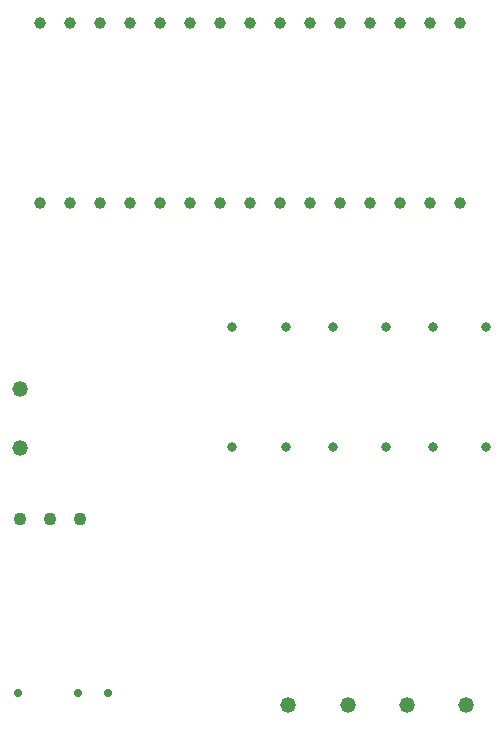
<source format=gbr>
%TF.GenerationSoftware,KiCad,Pcbnew,5.1.9*%
%TF.CreationDate,2021-04-19T09:18:18+03:00*%
%TF.ProjectId,RGB-IR-ControllerPCB,5247422d-4952-42d4-936f-6e74726f6c6c,rev?*%
%TF.SameCoordinates,Original*%
%TF.FileFunction,Plated,1,2,PTH,Drill*%
%TF.FilePolarity,Positive*%
%FSLAX46Y46*%
G04 Gerber Fmt 4.6, Leading zero omitted, Abs format (unit mm)*
G04 Created by KiCad (PCBNEW 5.1.9) date 2021-04-19 09:18:18*
%MOMM*%
%LPD*%
G01*
G04 APERTURE LIST*
%TA.AperFunction,ComponentDrill*%
%ADD10C,0.700000*%
%TD*%
%TA.AperFunction,ComponentDrill*%
%ADD11C,0.800000*%
%TD*%
%TA.AperFunction,ComponentDrill*%
%ADD12C,1.000000*%
%TD*%
%TA.AperFunction,ComponentDrill*%
%ADD13C,1.100000*%
%TD*%
%TA.AperFunction,ComponentDrill*%
%ADD14C,1.320000*%
%TD*%
G04 APERTURE END LIST*
D10*
%TO.C,U1*%
X98880000Y-78500000D03*
X103960000Y-78500000D03*
X106500000Y-78500000D03*
D11*
%TO.C,R2*%
X117000000Y-47500000D03*
X117000000Y-57660000D03*
%TO.C,R1*%
X121500000Y-47500000D03*
X121500000Y-57660000D03*
%TO.C,R4*%
X125500000Y-47500000D03*
X125500000Y-57660000D03*
%TO.C,R3*%
X130000000Y-47500000D03*
X130000000Y-57660000D03*
%TO.C,R6*%
X134000000Y-47500000D03*
X134000000Y-57660000D03*
%TO.C,R5*%
X138500000Y-47500000D03*
X138500000Y-57660000D03*
D12*
%TO.C,A1*%
X100690000Y-21760000D03*
X100690000Y-37000000D03*
X103230000Y-21760000D03*
X103230000Y-37000000D03*
X105770000Y-21760000D03*
X105770000Y-37000000D03*
X108310000Y-21760000D03*
X108310000Y-37000000D03*
X110850000Y-21760000D03*
X110850000Y-37000000D03*
X113390000Y-21760000D03*
X113390000Y-37000000D03*
X115930000Y-21760000D03*
X115930000Y-37000000D03*
X118470000Y-21760000D03*
X118470000Y-37000000D03*
X121010000Y-21760000D03*
X121010000Y-37000000D03*
X123550000Y-21760000D03*
X123550000Y-37000000D03*
X126090000Y-21760000D03*
X126090000Y-37000000D03*
X128630000Y-21760000D03*
X128630000Y-37000000D03*
X131170000Y-21760000D03*
X131170000Y-37000000D03*
X133710000Y-21760000D03*
X133710000Y-37000000D03*
X136250000Y-21760000D03*
X136250000Y-37000000D03*
D13*
%TO.C,U2*%
X99000000Y-63750000D03*
X101540000Y-63750000D03*
X104080000Y-63750000D03*
D14*
%TO.C,J1*%
X99000000Y-52750000D03*
X99000000Y-57750000D03*
%TO.C,J2*%
X121750000Y-79500000D03*
X126750000Y-79500000D03*
X131750000Y-79500000D03*
X136750000Y-79500000D03*
M02*

</source>
